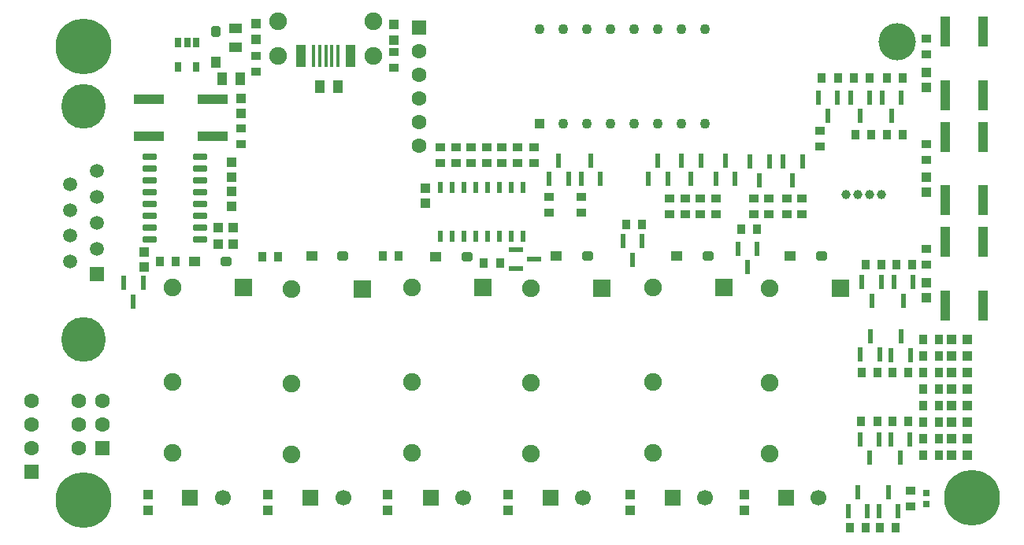
<source format=gbr>
%TF.GenerationSoftware,Altium Limited,Altium NEXUS,2.1.9 (83)*%
G04 Layer_Color=255*
%FSLAX44Y44*%
%MOMM*%
%TF.FileFunction,Pads,Top*%
%TF.Part,Single*%
G01*
G75*
%TA.AperFunction,SMDPad,CuDef*%
%ADD10R,0.7000X0.8000*%
%ADD11R,0.6600X1.0000*%
%TA.AperFunction,ConnectorPad*%
%ADD12R,1.1000X2.3500*%
%ADD13R,0.4000X2.3500*%
%TA.AperFunction,SMDPad,CuDef*%
%ADD14R,1.0000X1.4000*%
%ADD15R,1.0000X0.9000*%
%ADD16R,1.4000X1.0000*%
%ADD17R,0.9000X1.0000*%
%ADD18R,1.0000X1.1000*%
%ADD19R,1.0000X1.2200*%
G04:AMPARAMS|DCode=20|XSize=1mm|YSize=1.22mm|CornerRadius=0mm|HoleSize=0mm|Usage=FLASHONLY|Rotation=0.000|XOffset=0mm|YOffset=0mm|HoleType=Round|Shape=Octagon|*
%AMOCTAGOND20*
4,1,8,-0.2500,0.6100,0.2500,0.6100,0.5000,0.3600,0.5000,-0.3600,0.2500,-0.6100,-0.2500,-0.6100,-0.5000,-0.3600,-0.5000,0.3600,-0.2500,0.6100,0.0*
%
%ADD20OCTAGOND20*%

%ADD21R,3.2000X1.0000*%
%ADD22R,1.0000X1.0000*%
%ADD23R,0.6100X1.6100*%
G04:AMPARAMS|DCode=24|XSize=0.55mm|YSize=1.25mm|CornerRadius=0.0495mm|HoleSize=0mm|Usage=FLASHONLY|Rotation=180.000|XOffset=0mm|YOffset=0mm|HoleType=Round|Shape=RoundedRectangle|*
%AMROUNDEDRECTD24*
21,1,0.5500,1.1510,0,0,180.0*
21,1,0.4510,1.2500,0,0,180.0*
1,1,0.0990,-0.2255,0.5755*
1,1,0.0990,0.2255,0.5755*
1,1,0.0990,0.2255,-0.5755*
1,1,0.0990,-0.2255,-0.5755*
%
%ADD24ROUNDEDRECTD24*%
%ADD25R,1.1000X1.0000*%
%ADD26R,1.2200X1.0000*%
G04:AMPARAMS|DCode=27|XSize=1mm|YSize=1.22mm|CornerRadius=0mm|HoleSize=0mm|Usage=FLASHONLY|Rotation=270.000|XOffset=0mm|YOffset=0mm|HoleType=Round|Shape=Octagon|*
%AMOCTAGOND27*
4,1,8,0.6100,0.2500,0.6100,-0.2500,0.3600,-0.5000,-0.3600,-0.5000,-0.6100,-0.2500,-0.6100,0.2500,-0.3600,0.5000,0.3600,0.5000,0.6100,0.2500,0.0*
%
%ADD27OCTAGOND27*%

%ADD28R,1.0000X3.2000*%
%TA.AperFunction,ConnectorPad*%
%ADD29R,1.0000X3.2000*%
%TA.AperFunction,SMDPad,CuDef*%
%ADD30R,1.6100X0.6100*%
G04:AMPARAMS|DCode=31|XSize=0.6mm|YSize=1.45mm|CornerRadius=0.051mm|HoleSize=0mm|Usage=FLASHONLY|Rotation=270.000|XOffset=0mm|YOffset=0mm|HoleType=Round|Shape=RoundedRectangle|*
%AMROUNDEDRECTD31*
21,1,0.6000,1.3480,0,0,270.0*
21,1,0.4980,1.4500,0,0,270.0*
1,1,0.1020,-0.6740,-0.2490*
1,1,0.1020,-0.6740,0.2490*
1,1,0.1020,0.6740,0.2490*
1,1,0.1020,0.6740,-0.2490*
%
%ADD31ROUNDEDRECTD31*%
%ADD32R,1.0000X1.0000*%
%TA.AperFunction,ComponentPad*%
%ADD40R,1.9000X1.9000*%
%ADD41C,1.9000*%
%ADD42R,1.7000X1.7000*%
%ADD43C,1.7000*%
%TA.AperFunction,ViaPad*%
%ADD44C,4.0000*%
%ADD45C,6.0000*%
%TA.AperFunction,ComponentPad*%
%ADD46R,1.6000X1.6000*%
%ADD47C,1.6000*%
%ADD48C,1.0000*%
%ADD49R,1.1000X1.1000*%
%ADD50C,1.1000*%
%ADD51C,4.8000*%
%ADD52C,1.5000*%
%ADD53R,1.5000X1.5000*%
D10*
X1256030Y307498D02*
D03*
Y295498D02*
D03*
D11*
X471018Y791764D02*
D03*
X461518D02*
D03*
X452018D02*
D03*
Y765764D02*
D03*
X471018D02*
D03*
D12*
X637162Y777494D02*
D03*
X584162D02*
D03*
D13*
X597662D02*
D03*
X604162D02*
D03*
X610662D02*
D03*
X617162D02*
D03*
X623662D02*
D03*
D14*
X623918Y744982D02*
D03*
X603918D02*
D03*
X519016Y752856D02*
D03*
X499016D02*
D03*
D15*
X683514Y781930D02*
D03*
Y764930D02*
D03*
X535940Y777866D02*
D03*
Y760866D02*
D03*
X519430Y682380D02*
D03*
Y699380D02*
D03*
X1239520Y309998D02*
D03*
Y292998D02*
D03*
X1106170Y624450D02*
D03*
Y607450D02*
D03*
X1070610Y624450D02*
D03*
Y607450D02*
D03*
X1122680Y624450D02*
D03*
Y607450D02*
D03*
X1087120Y624450D02*
D03*
Y607450D02*
D03*
X996950Y607450D02*
D03*
Y624450D02*
D03*
X1013460Y607450D02*
D03*
Y624450D02*
D03*
X834390Y679060D02*
D03*
Y662060D02*
D03*
X816610Y679060D02*
D03*
Y662060D02*
D03*
X800100Y679060D02*
D03*
Y662060D02*
D03*
X783590Y679060D02*
D03*
Y662060D02*
D03*
X767080Y679060D02*
D03*
Y662060D02*
D03*
X734060Y679060D02*
D03*
Y662060D02*
D03*
X750570Y679060D02*
D03*
Y662060D02*
D03*
X1141730Y697348D02*
D03*
Y680348D02*
D03*
X850900Y608720D02*
D03*
Y625720D02*
D03*
X885190Y608720D02*
D03*
Y625720D02*
D03*
X980186Y607450D02*
D03*
Y624450D02*
D03*
X1029970Y607450D02*
D03*
Y624450D02*
D03*
X1256030Y569840D02*
D03*
Y552840D02*
D03*
Y682870D02*
D03*
Y665870D02*
D03*
Y795900D02*
D03*
Y778900D02*
D03*
D16*
X513588Y807306D02*
D03*
Y787306D02*
D03*
D17*
X1230494Y693166D02*
D03*
X1213494D02*
D03*
X1180220D02*
D03*
X1197220D02*
D03*
X1143898Y753872D02*
D03*
X1160898D02*
D03*
X1178188D02*
D03*
X1195188D02*
D03*
X1213748D02*
D03*
X1230748D02*
D03*
X1269610Y472440D02*
D03*
X1252610D02*
D03*
X1219590Y436880D02*
D03*
X1236590D02*
D03*
X1269610Y454660D02*
D03*
X1252610D02*
D03*
X1186570Y436880D02*
D03*
X1203570D02*
D03*
X1269610D02*
D03*
X1252610D02*
D03*
X1207544Y553438D02*
D03*
X1190544D02*
D03*
X1269610Y419100D02*
D03*
X1252610D02*
D03*
X1240564Y553438D02*
D03*
X1223564D02*
D03*
X1269610Y401320D02*
D03*
X1252610D02*
D03*
X1206010Y270764D02*
D03*
X1223010D02*
D03*
X1269610Y383540D02*
D03*
X1252610D02*
D03*
X1173870Y270764D02*
D03*
X1190870D02*
D03*
X1269610Y365760D02*
D03*
X1252610D02*
D03*
X1203198Y384810D02*
D03*
X1186198D02*
D03*
X1269610Y347980D02*
D03*
X1252610D02*
D03*
X1236590Y385064D02*
D03*
X1219590D02*
D03*
X432190Y556260D02*
D03*
X449190D02*
D03*
X559680Y561340D02*
D03*
X542680D02*
D03*
X689220Y562610D02*
D03*
X672220D02*
D03*
X780678Y554990D02*
D03*
X797678D02*
D03*
X950332Y596138D02*
D03*
X933332D02*
D03*
X1073776Y591058D02*
D03*
X1056776D02*
D03*
D18*
X683514Y794140D02*
D03*
Y811140D02*
D03*
X535940Y795410D02*
D03*
Y812410D02*
D03*
X419354Y305680D02*
D03*
Y288680D02*
D03*
X548640Y305680D02*
D03*
Y288680D02*
D03*
X677164Y305680D02*
D03*
Y288680D02*
D03*
X806196Y305680D02*
D03*
Y288680D02*
D03*
X938022Y305680D02*
D03*
Y288680D02*
D03*
X1060196Y305680D02*
D03*
Y288680D02*
D03*
D19*
X491998Y770589D02*
D03*
D20*
Y804211D02*
D03*
D21*
X488660Y731200D02*
D03*
Y691200D02*
D03*
X420660D02*
D03*
Y731200D02*
D03*
D22*
X519430Y715900D02*
D03*
Y731900D02*
D03*
X717550Y635380D02*
D03*
Y619380D02*
D03*
X1256030Y533780D02*
D03*
Y517780D02*
D03*
Y646810D02*
D03*
Y630810D02*
D03*
Y759840D02*
D03*
Y743840D02*
D03*
X509270Y615570D02*
D03*
Y631570D02*
D03*
Y647320D02*
D03*
Y663320D02*
D03*
X415290Y566800D02*
D03*
Y550800D02*
D03*
D23*
X1122770Y664000D02*
D03*
X1102270D02*
D03*
X1112520Y644100D02*
D03*
X1087210Y664000D02*
D03*
X1066710D02*
D03*
X1076960Y644100D02*
D03*
X1013550Y665270D02*
D03*
X993050D02*
D03*
X1003300Y645370D02*
D03*
X1229250Y732834D02*
D03*
X1208750D02*
D03*
X1219000Y712934D02*
D03*
X1194960Y732834D02*
D03*
X1174460D02*
D03*
X1184710Y712934D02*
D03*
X1160670Y732834D02*
D03*
X1140170D02*
D03*
X1150420Y712934D02*
D03*
X850810Y645370D02*
D03*
X871310D02*
D03*
X861060Y665270D02*
D03*
X885100Y645370D02*
D03*
X905600D02*
D03*
X895350Y665270D02*
D03*
X957490Y645370D02*
D03*
X977990D02*
D03*
X967740Y665270D02*
D03*
X1029880Y645370D02*
D03*
X1050380D02*
D03*
X1040130Y665270D02*
D03*
X1218348Y456140D02*
D03*
X1238848D02*
D03*
X1228598Y476040D02*
D03*
X1185328Y456394D02*
D03*
X1205828D02*
D03*
X1195578Y476294D02*
D03*
X1207516Y534416D02*
D03*
X1187016D02*
D03*
X1197266Y514516D02*
D03*
X1241642Y534460D02*
D03*
X1221142D02*
D03*
X1231392Y514560D02*
D03*
X1205394Y288500D02*
D03*
X1225894D02*
D03*
X1215644Y308400D02*
D03*
X1172374Y288500D02*
D03*
X1192874D02*
D03*
X1182624Y308400D02*
D03*
X1205574Y365550D02*
D03*
X1185074D02*
D03*
X1195324Y345650D02*
D03*
X1238594Y365550D02*
D03*
X1218094D02*
D03*
X1228344Y345650D02*
D03*
X414110Y533444D02*
D03*
X393610D02*
D03*
X403860Y513544D02*
D03*
X950648Y578358D02*
D03*
X930148D02*
D03*
X940398Y558458D02*
D03*
X1074002Y570274D02*
D03*
X1053502D02*
D03*
X1063752Y550374D02*
D03*
D24*
X822960Y635850D02*
D03*
X810260D02*
D03*
X797560D02*
D03*
X784860D02*
D03*
X772160D02*
D03*
X759460D02*
D03*
X746760D02*
D03*
X734060D02*
D03*
X822960Y583350D02*
D03*
X810260D02*
D03*
X797560D02*
D03*
X784860D02*
D03*
X772160D02*
D03*
X759460D02*
D03*
X746760D02*
D03*
X734060D02*
D03*
D25*
X1283090Y472440D02*
D03*
X1300090D02*
D03*
X1283090Y454660D02*
D03*
X1300090D02*
D03*
X1283090Y436880D02*
D03*
X1300090D02*
D03*
X1283090Y419100D02*
D03*
X1300090D02*
D03*
X1283090Y401320D02*
D03*
X1300090D02*
D03*
X1283090Y383540D02*
D03*
X1300090D02*
D03*
X1283090Y365760D02*
D03*
X1300090D02*
D03*
X1283090Y347980D02*
D03*
X1300090D02*
D03*
D26*
X469599Y556260D02*
D03*
X595329Y562610D02*
D03*
X728679Y561340D02*
D03*
X858219Y562610D02*
D03*
X987759D02*
D03*
X1109679D02*
D03*
D27*
X503221Y556260D02*
D03*
X628951Y562610D02*
D03*
X762301Y561340D02*
D03*
X891841Y562610D02*
D03*
X1021381D02*
D03*
X1143301D02*
D03*
D28*
X1316670Y509560D02*
D03*
X1276670D02*
D03*
Y577560D02*
D03*
X1316670D02*
D03*
Y622590D02*
D03*
X1276670D02*
D03*
Y690590D02*
D03*
X1316670D02*
D03*
D29*
Y735620D02*
D03*
X1276670D02*
D03*
Y803620D02*
D03*
X1316670D02*
D03*
D30*
X814788Y569304D02*
D03*
Y548804D02*
D03*
X834688Y559054D02*
D03*
D31*
X475560Y580390D02*
D03*
Y593090D02*
D03*
Y605790D02*
D03*
Y618490D02*
D03*
Y631190D02*
D03*
Y643890D02*
D03*
Y656590D02*
D03*
Y669290D02*
D03*
X421060Y580390D02*
D03*
Y593090D02*
D03*
Y605790D02*
D03*
Y618490D02*
D03*
Y631190D02*
D03*
Y643890D02*
D03*
Y656590D02*
D03*
Y669290D02*
D03*
D32*
X510920Y575310D02*
D03*
X494920D02*
D03*
X494920Y593090D02*
D03*
X510920D02*
D03*
D40*
X650240Y527304D02*
D03*
X1163574Y527558D02*
D03*
X1038352Y528320D02*
D03*
X907542Y528066D02*
D03*
X779526Y528320D02*
D03*
X521970Y528574D02*
D03*
D41*
X574040Y349504D02*
D03*
Y425704D02*
D03*
Y527304D02*
D03*
X1087374Y349758D02*
D03*
Y425958D02*
D03*
Y527558D02*
D03*
X962152Y350520D02*
D03*
Y426720D02*
D03*
Y528320D02*
D03*
X831342Y350266D02*
D03*
Y426466D02*
D03*
Y528066D02*
D03*
X703326Y350520D02*
D03*
Y426720D02*
D03*
Y528320D02*
D03*
X445770Y350774D02*
D03*
Y426974D02*
D03*
Y528574D02*
D03*
X661912Y814494D02*
D03*
X559412D02*
D03*
X661912Y777494D02*
D03*
X559412D02*
D03*
D42*
X852170Y302720D02*
D03*
X464820D02*
D03*
X594360Y302260D02*
D03*
X723190Y302720D02*
D03*
X983540D02*
D03*
X1105460D02*
D03*
D43*
X887170D02*
D03*
X499820D02*
D03*
X629360Y302260D02*
D03*
X758190Y302720D02*
D03*
X1018540D02*
D03*
X1140460D02*
D03*
D44*
X1225042Y792734D02*
D03*
D45*
X1305306Y302260D02*
D03*
X350000Y299720D02*
D03*
Y787400D02*
D03*
D46*
X711200Y807720D02*
D03*
X294640Y330200D02*
D03*
X370840Y355600D02*
D03*
D47*
X711200Y782320D02*
D03*
Y756920D02*
D03*
Y731520D02*
D03*
Y706120D02*
D03*
Y680720D02*
D03*
X294640Y406400D02*
D03*
Y381000D02*
D03*
Y355600D02*
D03*
X345440Y406400D02*
D03*
X370840D02*
D03*
X345440Y381000D02*
D03*
X370840D02*
D03*
X345440Y355600D02*
D03*
D48*
X1207570Y628650D02*
D03*
X1195070D02*
D03*
X1182570D02*
D03*
X1170070D02*
D03*
D49*
X840740Y704850D02*
D03*
D50*
X866140D02*
D03*
X891540D02*
D03*
X916940D02*
D03*
X942340D02*
D03*
X967740D02*
D03*
X993140D02*
D03*
X1018540D02*
D03*
Y806450D02*
D03*
X993140D02*
D03*
X967740D02*
D03*
X942340D02*
D03*
X916940D02*
D03*
X891540D02*
D03*
X866140D02*
D03*
X840740D02*
D03*
D51*
X350000Y473170D02*
D03*
Y723170D02*
D03*
D52*
X335800Y639720D02*
D03*
Y612020D02*
D03*
Y584320D02*
D03*
Y556620D02*
D03*
X364200Y570470D02*
D03*
Y653570D02*
D03*
Y625870D02*
D03*
Y598170D02*
D03*
D53*
Y542770D02*
D03*
%TF.MD5,b7955c97405babc5005171cd458e8468*%
M02*

</source>
